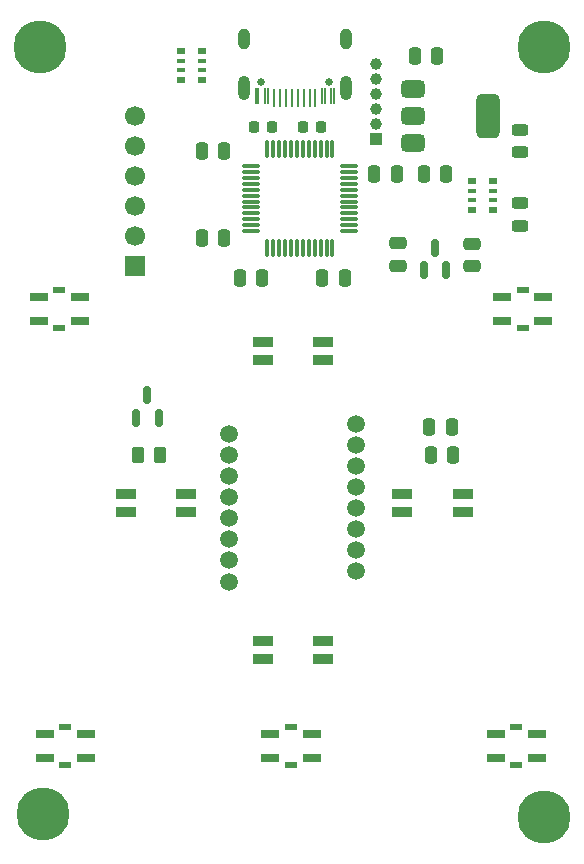
<source format=gbr>
%TF.GenerationSoftware,KiCad,Pcbnew,9.0.4*%
%TF.CreationDate,2025-11-20T14:14:08-06:00*%
%TF.ProjectId,Ballmouse,42616c6c-6d6f-4757-9365-2e6b69636164,rev?*%
%TF.SameCoordinates,Original*%
%TF.FileFunction,Soldermask,Top*%
%TF.FilePolarity,Negative*%
%FSLAX46Y46*%
G04 Gerber Fmt 4.6, Leading zero omitted, Abs format (unit mm)*
G04 Created by KiCad (PCBNEW 9.0.4) date 2025-11-20 14:14:08*
%MOMM*%
%LPD*%
G01*
G04 APERTURE LIST*
G04 Aperture macros list*
%AMRoundRect*
0 Rectangle with rounded corners*
0 $1 Rounding radius*
0 $2 $3 $4 $5 $6 $7 $8 $9 X,Y pos of 4 corners*
0 Add a 4 corners polygon primitive as box body*
4,1,4,$2,$3,$4,$5,$6,$7,$8,$9,$2,$3,0*
0 Add four circle primitives for the rounded corners*
1,1,$1+$1,$2,$3*
1,1,$1+$1,$4,$5*
1,1,$1+$1,$6,$7*
1,1,$1+$1,$8,$9*
0 Add four rect primitives between the rounded corners*
20,1,$1+$1,$2,$3,$4,$5,0*
20,1,$1+$1,$4,$5,$6,$7,0*
20,1,$1+$1,$6,$7,$8,$9,0*
20,1,$1+$1,$8,$9,$2,$3,0*%
G04 Aperture macros list end*
%ADD10R,1.800000X0.820000*%
%ADD11C,4.500000*%
%ADD12R,1.700000X1.700000*%
%ADD13C,1.700000*%
%ADD14RoundRect,0.225000X0.225000X0.250000X-0.225000X0.250000X-0.225000X-0.250000X0.225000X-0.250000X0*%
%ADD15RoundRect,0.225000X-0.225000X-0.250000X0.225000X-0.250000X0.225000X0.250000X-0.225000X0.250000X0*%
%ADD16RoundRect,0.150000X0.150000X-0.587500X0.150000X0.587500X-0.150000X0.587500X-0.150000X-0.587500X0*%
%ADD17RoundRect,0.375000X-0.625000X-0.375000X0.625000X-0.375000X0.625000X0.375000X-0.625000X0.375000X0*%
%ADD18RoundRect,0.500000X-0.500000X-1.400000X0.500000X-1.400000X0.500000X1.400000X-0.500000X1.400000X0*%
%ADD19RoundRect,0.075000X0.075000X-0.662500X0.075000X0.662500X-0.075000X0.662500X-0.075000X-0.662500X0*%
%ADD20RoundRect,0.075000X0.662500X-0.075000X0.662500X0.075000X-0.662500X0.075000X-0.662500X-0.075000X0*%
%ADD21C,1.504000*%
%ADD22R,1.000000X0.500000*%
%ADD23R,1.500000X0.800000*%
%ADD24R,0.800000X0.500000*%
%ADD25R,0.800000X0.400000*%
%ADD26RoundRect,0.250000X0.262500X0.450000X-0.262500X0.450000X-0.262500X-0.450000X0.262500X-0.450000X0*%
%ADD27C,0.650000*%
%ADD28R,0.250000X1.400000*%
%ADD29R,0.220000X1.600000*%
%ADD30O,1.000000X2.100000*%
%ADD31O,1.000000X1.800000*%
%ADD32R,1.000000X1.000000*%
%ADD33C,1.000000*%
%ADD34RoundRect,0.243750X-0.456250X0.243750X-0.456250X-0.243750X0.456250X-0.243750X0.456250X0.243750X0*%
%ADD35RoundRect,0.243750X0.456250X-0.243750X0.456250X0.243750X-0.456250X0.243750X-0.456250X-0.243750X0*%
%ADD36RoundRect,0.250000X-0.250000X-0.475000X0.250000X-0.475000X0.250000X0.475000X-0.250000X0.475000X0*%
%ADD37RoundRect,0.250000X0.475000X-0.250000X0.475000X0.250000X-0.475000X0.250000X-0.475000X-0.250000X0*%
%ADD38RoundRect,0.250000X-0.475000X0.250000X-0.475000X-0.250000X0.475000X-0.250000X0.475000X0.250000X0*%
%ADD39RoundRect,0.250000X0.250000X0.475000X-0.250000X0.475000X-0.250000X-0.475000X0.250000X-0.475000X0*%
G04 APERTURE END LIST*
D10*
%TO.C,D6*%
X148450000Y-94825000D03*
X148450000Y-96360000D03*
X153550000Y-96360000D03*
X153550000Y-94825000D03*
%TD*%
%TO.C,D5*%
X141735503Y-108860312D03*
X141735503Y-107325312D03*
X136635503Y-107325312D03*
X136635503Y-108860312D03*
%TD*%
%TO.C,D4*%
X125050000Y-94825000D03*
X125050000Y-96360000D03*
X130150000Y-96360000D03*
X130150000Y-94825000D03*
%TD*%
%TO.C,D3*%
X136650000Y-82025000D03*
X136650000Y-83560000D03*
X141750000Y-83560000D03*
X141750000Y-82025000D03*
%TD*%
D11*
%TO.C,H4*%
X160400000Y-122200000D03*
%TD*%
%TO.C,H3*%
X118000000Y-122000000D03*
%TD*%
%TO.C,H2*%
X160400000Y-57000000D03*
%TD*%
%TO.C,H1*%
X117800000Y-57000000D03*
%TD*%
D12*
%TO.C,J2*%
X125800000Y-75550000D03*
D13*
X125800000Y-73010000D03*
X125800000Y-70470000D03*
X125800000Y-67930000D03*
X125800000Y-65390000D03*
X125800000Y-62850000D03*
%TD*%
D14*
%TO.C,C16*%
X137392500Y-63800000D03*
X135842500Y-63800000D03*
%TD*%
D15*
%TO.C,C8*%
X140025000Y-63800000D03*
X141575000Y-63800000D03*
%TD*%
D16*
%TO.C,U4*%
X150250000Y-75875000D03*
X152150000Y-75875000D03*
X151200000Y-74000000D03*
%TD*%
D17*
%TO.C,U3*%
X149350000Y-60550000D03*
X149350000Y-62850000D03*
D18*
X155650000Y-62850000D03*
D17*
X149350000Y-65150000D03*
%TD*%
D19*
%TO.C,U2*%
X137017500Y-74020000D03*
X137517500Y-74020000D03*
X138017500Y-74020000D03*
X138517500Y-74020000D03*
X139017500Y-74020000D03*
X139517500Y-74020000D03*
X140017500Y-74020000D03*
X140517500Y-74020000D03*
X141017500Y-74020000D03*
X141517500Y-74020000D03*
X142017500Y-74020000D03*
X142517500Y-74020000D03*
D20*
X143930000Y-72607500D03*
X143930000Y-72107500D03*
X143930000Y-71607500D03*
X143930000Y-71107500D03*
X143930000Y-70607500D03*
X143930000Y-70107500D03*
X143930000Y-69607500D03*
X143930000Y-69107500D03*
X143930000Y-68607500D03*
X143930000Y-68107500D03*
X143930000Y-67607500D03*
X143930000Y-67107500D03*
D19*
X142517500Y-65695000D03*
X142017500Y-65695000D03*
X141517500Y-65695000D03*
X141017500Y-65695000D03*
X140517500Y-65695000D03*
X140017500Y-65695000D03*
X139517500Y-65695000D03*
X139017500Y-65695000D03*
X138517500Y-65695000D03*
X138017500Y-65695000D03*
X137517500Y-65695000D03*
X137017500Y-65695000D03*
D20*
X135605000Y-67107500D03*
X135605000Y-67607500D03*
X135605000Y-68107500D03*
X135605000Y-68607500D03*
X135605000Y-69107500D03*
X135605000Y-69607500D03*
X135605000Y-70107500D03*
X135605000Y-70607500D03*
X135605000Y-71107500D03*
X135605000Y-71607500D03*
X135605000Y-72107500D03*
X135605000Y-72607500D03*
%TD*%
D21*
%TO.C,U1*%
X144500000Y-88925000D03*
X144500000Y-90705000D03*
X144500000Y-92485000D03*
X144500000Y-94265000D03*
X144500000Y-96045000D03*
X144500000Y-97825000D03*
X144500000Y-99605000D03*
X144500000Y-101385000D03*
X133800000Y-102275000D03*
X133800000Y-100495000D03*
X133800000Y-98715000D03*
X133800000Y-96935000D03*
X133800000Y-95155000D03*
X133800000Y-93375000D03*
X133800000Y-91595000D03*
X133800000Y-89815000D03*
%TD*%
D22*
%TO.C,SW5*%
X158625000Y-77600000D03*
X158625000Y-80800000D03*
D23*
X156875000Y-78200000D03*
X160375000Y-78200000D03*
X156875000Y-80200000D03*
X160375000Y-80200000D03*
%TD*%
D22*
%TO.C,SW4*%
X158100000Y-114600000D03*
X158100000Y-117800000D03*
D23*
X156350000Y-115200000D03*
X159850000Y-115200000D03*
X156350000Y-117200000D03*
X159850000Y-117200000D03*
%TD*%
D22*
%TO.C,SW3*%
X139000000Y-114600000D03*
X139000000Y-117800000D03*
D23*
X137250000Y-115200000D03*
X140750000Y-115200000D03*
X137250000Y-117200000D03*
X140750000Y-117200000D03*
%TD*%
D22*
%TO.C,SW2*%
X119900000Y-114600000D03*
X119900000Y-117800000D03*
D23*
X118150000Y-115200000D03*
X121650000Y-115200000D03*
X118150000Y-117200000D03*
X121650000Y-117200000D03*
%TD*%
D22*
%TO.C,SW1*%
X119400000Y-77600000D03*
X119400000Y-80800000D03*
D23*
X117650000Y-78200000D03*
X121150000Y-78200000D03*
X117650000Y-80200000D03*
X121150000Y-80200000D03*
%TD*%
D24*
%TO.C,RN2*%
X154300000Y-68400000D03*
D25*
X154300000Y-69200000D03*
X154300000Y-70000000D03*
D24*
X154300000Y-70800000D03*
X156100000Y-70800000D03*
D25*
X156100000Y-70000000D03*
X156100000Y-69200000D03*
D24*
X156100000Y-68400000D03*
%TD*%
%TO.C,RN1*%
X129700000Y-57400000D03*
D25*
X129700000Y-58200000D03*
X129700000Y-59000000D03*
D24*
X129700000Y-59800000D03*
X131500000Y-59800000D03*
D25*
X131500000Y-59000000D03*
X131500000Y-58200000D03*
D24*
X131500000Y-57400000D03*
%TD*%
D26*
%TO.C,R1*%
X127912500Y-91600000D03*
X126087500Y-91600000D03*
%TD*%
D16*
%TO.C,Q1*%
X125900000Y-88400000D03*
X127800000Y-88400000D03*
X126850000Y-86525000D03*
%TD*%
D27*
%TO.C,J11*%
X142220000Y-60000000D03*
X136440000Y-60000000D03*
D28*
X142655000Y-61200000D03*
X141855000Y-61200000D03*
D29*
X140580000Y-61300000D03*
X139580000Y-61300000D03*
X139080000Y-61300000D03*
X141080000Y-61300000D03*
D28*
X136805000Y-61200000D03*
X136005000Y-61200000D03*
X136255000Y-61200000D03*
X137055000Y-61200000D03*
D29*
X137580000Y-61300000D03*
X138580000Y-61300000D03*
X140080000Y-61300000D03*
X138080000Y-61300000D03*
D28*
X141605000Y-61200000D03*
X142405000Y-61200000D03*
D30*
X143650000Y-60500000D03*
D31*
X143650000Y-56350000D03*
D30*
X135010000Y-60500000D03*
D31*
X135010000Y-56350000D03*
%TD*%
D32*
%TO.C,J1*%
X146200000Y-64810000D03*
D33*
X146200000Y-63540000D03*
X146200000Y-62270000D03*
X146200000Y-61000000D03*
X146200000Y-59730000D03*
X146200000Y-58460000D03*
%TD*%
D34*
%TO.C,D2*%
X158400000Y-64062500D03*
X158400000Y-65937500D03*
%TD*%
D35*
%TO.C,D1*%
X158400000Y-72137500D03*
X158400000Y-70262500D03*
%TD*%
D36*
%TO.C,C12*%
X150850000Y-91600000D03*
X152750000Y-91600000D03*
%TD*%
%TO.C,C11*%
X150700000Y-89200000D03*
X152600000Y-89200000D03*
%TD*%
D37*
%TO.C,C10*%
X154300000Y-75562500D03*
X154300000Y-73662500D03*
%TD*%
D38*
%TO.C,C9*%
X148050000Y-73650000D03*
X148050000Y-75550000D03*
%TD*%
D39*
%TO.C,C7*%
X151400000Y-57800000D03*
X149500000Y-57800000D03*
%TD*%
D36*
%TO.C,C6*%
X150250000Y-67800000D03*
X152150000Y-67800000D03*
%TD*%
%TO.C,C5*%
X141650000Y-76600000D03*
X143550000Y-76600000D03*
%TD*%
D39*
%TO.C,C4*%
X136550000Y-76600000D03*
X134650000Y-76600000D03*
%TD*%
%TO.C,C3*%
X133350000Y-73200000D03*
X131450000Y-73200000D03*
%TD*%
%TO.C,C2*%
X133350000Y-65800000D03*
X131450000Y-65800000D03*
%TD*%
D36*
%TO.C,C1*%
X146050000Y-67800000D03*
X147950000Y-67800000D03*
%TD*%
M02*

</source>
